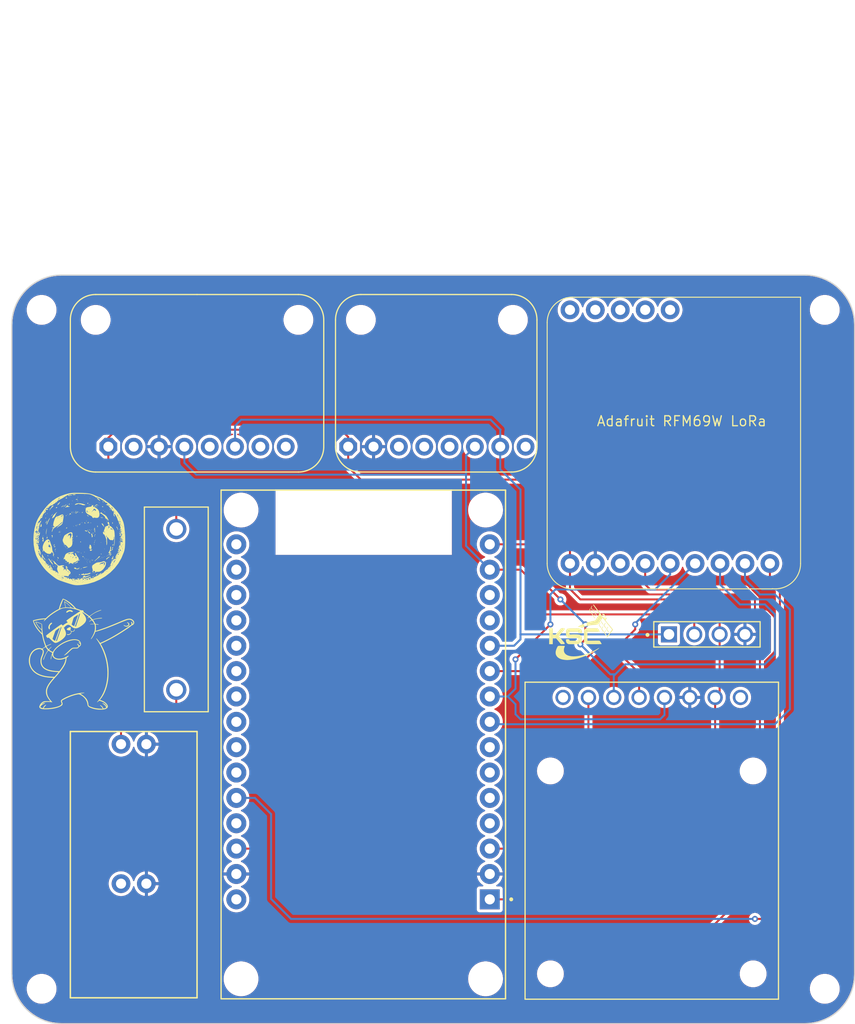
<source format=kicad_pcb>
(kicad_pcb (version 20241229) (generator "pcbnew") (generator_version "9.0")
  (layers (0 "F.Cu" signal) (2 "B.Cu" signal) (13 "F.Paste" user) (15 "B.Paste" user) (5 "F.SilkS" user "F.Silkscreen") (7 "B.SilkS" user "B.Silkscreen") (1 "F.Mask" user) (3 "B.Mask" user) (25 "Edge.Cuts" user))
  (net 0 "")
  (net 1 "3V3")
  (net 2 "GND")
  (net 3 "IRQ")
  (net 4 "SCK/CLK")
  (net 5 "MISO")
  (net 6 "MOSI")
  (net 7 "CS")
  (net 8 "RST")
  (net 9 "N$1")
  (net 10 "3.3V")
  (net 11 "SCL")
  (net 12 "SDA")
  (net 13 "5V")
  (net 14 "CS-SD")
  (footprint "TSAT2-B PCB Footprints:MMA8451-FP_vf.UWP1QFmtRbe75N6hh3BVtg" (layer "F.Cu") (at 96.46 93.74)
    (property "Reference" "REF**" (hide yes))
    (property "Value" "")
    (pad "" np_thru_hole circle (at 2.54 -15.24) (size 2.5 2.5) (drill 2.5) (layers "*.Cu" "*.Mask"))
    (pad "" np_thru_hole circle (at 17.78 -15.24) (size 2.5 2.5) (drill 2.5) (layers "*.Cu" "*.Mask"))
    (pad "+3V3" thru_hole circle (at 6.35 -2.54 90) (size 1.778 1.778) (drill 1) (layers "*.Cu" "*.Mask"))
    (pad "GND" thru_hole circle (at 3.81 -2.54 90) (size 1.778 1.778) (drill 1) (layers "*.Cu" "*.Mask") (net 2 "GND"))
    (pad "INT1" thru_hole circle (at 11.43 -2.54 90) (size 1.778 1.778) (drill 1) (layers "*.Cu" "*.Mask"))
    (pad "INT2" thru_hole circle (at 8.89 -2.54 90) (size 1.778 1.778) (drill 1) (layers "*.Cu" "*.Mask"))
    (pad "SA0" thru_hole circle (at 19.05 -2.54 90) (size 1.778 1.778) (drill 1) (layers "*.Cu" "*.Mask"))
    (pad "SCL" thru_hole circle (at 13.97 -2.54 90) (size 1.778 1.778) (drill 1) (layers "*.Cu" "*.Mask") (net 11 "SCL"))
    (pad "SDA" thru_hole circle (at 16.51 -2.54 90) (size 1.778 1.778) (drill 1) (layers "*.Cu" "*.Mask") (net 12 "SDA"))
    (pad "VIN" thru_hole roundrect (at 1.27 -2.54 180) (size 1.778 1.778) (drill 1) (layers "*.Cu" "*.Mask") (chamfer_ratio 0.2928932188) (chamfer top_left top_right bottom_left bottom_right) (net 1 "3V3"))
  )
  (footprint "TSAT2-B PCB Footprints:LoRa" (layer "F.Cu") (at 122.574 106.23)
    (property "Reference" "REF**" (hide yes))
    (property "Value" "LoRa" (hide yes))
    (fp_text user "Adafruit RFM69W LoRa" (at 0 -17 0) (layer "F.SilkS") (effects (font (thickness 0.125)) (justify left bottom)))
    (pad "1" thru_hole circle (at -2.614 -28.73) (size 1.8796 1.8796) (drill 1.016) (layers "*.Cu" "*.Mask"))
    (pad "1" thru_hole circle (at -2.613999 -3.33) (size 1.8796 1.8796) (drill 1.016) (layers "*.Cu" "*.Mask") (net 1 "3V3"))
    (pad "2" thru_hole circle (at -0.074 -28.73) (size 1.8796 1.8796) (drill 1.016) (layers "*.Cu" "*.Mask"))
    (pad "2" thru_hole circle (at -0.073999 -3.33) (size 1.8796 1.8796) (drill 1.016) (layers "*.Cu" "*.Mask") (net 2 "GND"))
    (pad "3" thru_hole circle (at 2.426 -28.73) (size 1.8796 1.8796) (drill 1.016) (layers "*.Cu" "*.Mask"))
    (pad "3" thru_hole circle (at 2.426001 -3.33) (size 1.8796 1.8796) (drill 1.016) (layers "*.Cu" "*.Mask"))
    (pad "4" thru_hole circle (at 4.926 -28.73) (size 1.8796 1.8796) (drill 1.016) (layers "*.Cu" "*.Mask"))
    (pad "4" thru_hole circle (at 4.926001 -3.33) (size 1.8796 1.8796) (drill 1.016) (layers "*.Cu" "*.Mask") (net 3 "IRQ"))
    (pad "5" thru_hole circle (at 7.426 -28.73) (size 1.8796 1.8796) (drill 1.016) (layers "*.Cu" "*.Mask"))
    (pad "5" thru_hole circle (at 7.426001 -3.33) (size 1.8796 1.8796) (drill 1.016) (layers "*.Cu" "*.Mask") (net 4 "SCK/CLK"))
    (pad "6" thru_hole circle (at 9.926001 -3.33) (size 1.8796 1.8796) (drill 1.016) (layers "*.Cu" "*.Mask") (net 5 "MISO"))
    (pad "7" thru_hole circle (at 12.426001 -3.33) (size 1.8796 1.8796) (drill 1.016) (layers "*.Cu" "*.Mask") (net 6 "MOSI"))
    (pad "8" thru_hole circle (at 14.926001 -3.33) (size 1.8796 1.8796) (drill 1.016) (layers "*.Cu" "*.Mask") (net 7 "CS"))
    (pad "9" thru_hole circle (at 17.426001 -3.33) (size 1.8796 1.8796) (drill 1.016) (layers "*.Cu" "*.Mask") (net 8 "RST"))
  )
  (footprint "TSAT2-B PCB Footprints:BUCKBOOST-FP_vf.UWP1QFmtRbe75N6hh3BVtg" (layer "F.Cu") (at 69.88 119.73 -90)
    (property "Reference" "REF**" (hide yes))
    (property "Value" "")
    (pad "+" thru_hole circle (at 15.24 -5.08 270) (size 1.8796 1.8796) (drill 1.016) (layers "*.Cu" "*.Mask") (net 10 "3.3V"))
    (pad "-" thru_hole circle (at 15.24 -7.62 270) (size 1.8796 1.8796) (drill 1.016) (layers "*.Cu" "*.Mask") (net 2 "GND"))
    (pad "GND" thru_hole circle (at 1.27 -7.62 270) (size 1.8796 1.8796) (drill 1.016) (layers "*.Cu" "*.Mask") (net 2 "GND"))
    (pad "VCC" thru_hole circle (at 1.27 -5.08 270) (size 1.8796 1.8796) (drill 1.016) (layers "*.Cu" "*.Mask") (net 9 "N$1"))
  )
  (footprint "TSat0-PCB_v17:dummyfp2" (layer "F.Cu") (at 145.5 77.5)
    (property "Reference" "UNK_HOLE_2" (hide yes))
    (property "Value" "")
    (pad "" np_thru_hole circle (at 0 0) (size 2.5 2.5) (drill 2.5) (layers "*.Cu" "*.Mask"))
  )
  (footprint "TSAT2-B PCB Footprints:COOKIES BIGGER" (layer "F.Cu") (at 70.5 100.5)
    (property "Reference" "G***" (hide yes))
    (property "Value" "LOGO" (hide yes))
  )
  (footprint "TSAT2-B PCB Footprints:MODULE_254_vf.UWP1QFmtRbe75N6hh3BVtg" (layer "F.Cu") (at 128.16 130.665 90)
    (property "Reference" "REF**" (hide yes))
    (property "Value" "SD-Reader")
    (pad "" np_thru_hole circle (at -13.335 -10.16 90) (size 2.2 2.2) (drill 2.2) (layers "*.Cu" "*.Mask"))
    (pad "" np_thru_hole circle (at -13.335 10.16 90) (size 2.2 2.2) (drill 2.2) (layers "*.Cu" "*.Mask"))
    (pad "" np_thru_hole circle (at 6.985 -10.16 90) (size 2.2 2.2) (drill 2.2) (layers "*.Cu" "*.Mask"))
    (pad "" np_thru_hole circle (at 6.985 10.16 90) (size 2.2 2.2) (drill 2.2) (layers "*.Cu" "*.Mask"))
    (pad "1" thru_hole circle (at 14.351 -8.89 90) (size 1.53 1.53) (drill 1.02) (layers "*.Cu" "*.Mask"))
    (pad "2" thru_hole circle (at 14.351 -6.35 90) (size 1.53 1.53) (drill 1.02) (layers "*.Cu" "*.Mask") (net 14 "CS-SD"))
    (pad "3" thru_hole circle (at 14.351 -3.81 90) (size 1.53 1.53) (drill 1.02) (layers "*.Cu" "*.Mask") (net 6 "MOSI"))
    (pad "4" thru_hole circle (at 14.351 -1.27 90) (size 1.53 1.53) (drill 1.02) (layers "*.Cu" "*.Mask") (net 5 "MISO"))
    (pad "5" thru_hole circle (at 14.351 1.27 90) (size 1.53 1.53) (drill 1.02) (layers "*.Cu" "*.Mask") (net 4 "SCK/CLK"))
    (pad "6" thru_hole circle (at 14.351 3.81 90) (size 1.53 1.53) (drill 1.02) (layers "*.Cu" "*.Mask") (net 2 "GND"))
    (pad "7" thru_hole circle (at 14.351 6.35 90) (size 1.53 1.53) (drill 1.02) (layers "*.Cu" "*.Mask") (net 1 "3V3"))
    (pad "8" thru_hole circle (at 14.351 8.89 90) (size 1.53 1.53) (drill 1.02) (layers "*.Cu" "*.Mask") (net 13 "5V"))
  )
  (footprint "TSat0-PCB_v17:dummyfp2" (layer "F.Cu") (at 67 145.5)
    (property "Reference" "UNK_HOLE_2" (hide yes))
    (property "Value" "")
    (pad "" np_thru_hole circle (at 0 0) (size 2.5 2.5) (drill 2.5) (layers "*.Cu" "*.Mask"))
  )
  (footprint "TSAT2-B PCB Footprints:SULLINS_PPTC041LFBN-RC_vf.UWP1QFmtRbe75N6hh3BVtg" (layer "F.Cu") (at 133.69 110)
    (property "Reference" "REF**" (hide yes))
    (property "Value" "PPTC041LFBN-RC")
    (pad "1" thru_hole rect (at -3.81 0) (size 1.605 1.605) (drill 1.07) (layers "*.Cu" "*.Mask") (net 12 "SDA"))
    (pad "2" thru_hole circle (at -1.27 0) (size 1.605 1.605) (drill 1.07) (layers "*.Cu" "*.Mask") (net 11 "SCL"))
    (pad "3" thru_hole circle (at 1.27 0) (size 1.605 1.605) (drill 1.07) (layers "*.Cu" "*.Mask") (net 1 "3V3"))
    (pad "4" thru_hole circle (at 3.81 0) (size 1.605 1.605) (drill 1.07) (layers "*.Cu" "*.Mask") (net 2 "GND"))
  )
  (footprint "TSAT2-B PCB Footprints:KITTY CAT BIGGER" (layer "F.Cu") (at 71 112)
    (property "Reference" "G***" (hide yes))
    (property "Value" "LOGO" (hide yes))
  )
  (footprint "TSAT2-B PCB Footprints:OMRON-MICROSWITCH-FP_vf.UWP1QFmtRbe75N6hh3BVtg" (layer "F.Cu") (at 80.5 99.45 90)
    (property "Reference" "REF**" (hide yes))
    (property "Value" "")
    (pad "COM" thru_hole circle (at -16.1 0 90) (size 2.025 2.025) (drill 1.35) (layers "*.Cu" "*.Mask") (net 9 "N$1"))
    (pad "NC" thru_hole circle (at 0 0 90) (size 2.025 2.025) (drill 1.35) (layers "*.Cu" "*.Mask") (net 1 "3V3"))
  )
  (footprint "TSAT2-B PCB Footprints:MODULE_ESP32_DEVKIT_V1_vf.UWP1QFmtRbe75N6hh3BVtg" (layer "F.Cu") (at 99.22 121.025 180)
    (property "Reference" "REF**" (hide yes))
    (property "Value" "ESP32_Devkit")
    (pad "" np_thru_hole circle (at -12.28 -23.475 180) (size 3 3) (drill 3) (layers "*.Cu" "*.Mask"))
    (pad "" np_thru_hole circle (at -12.28 23.475 180) (size 3 3) (drill 3) (layers "*.Cu" "*.Mask"))
    (pad "" np_thru_hole circle (at 12.23 -23.475 180) (size 3 3) (drill 3) (layers "*.Cu" "*.Mask"))
    (pad "" np_thru_hole circle (at 12.23 23.475 180) (size 3 3) (drill 3) (layers "*.Cu" "*.Mask"))
    (pad "1" thru_hole rect (at -12.7 -15.515 180) (size 2 2) (drill 1.02) (layers "*.Cu" "*.Mask") (net 1 "3V3"))
    (pad "2" thru_hole circle (at -12.7 -12.975 180) (size 2 2) (drill 1.02) (layers "*.Cu" "*.Mask") (net 2 "GND"))
    (pad "3" thru_hole circle (at -12.7 -10.435 180) (size 2 2) (drill 1.02) (layers "*.Cu" "*.Mask") (net 14 "CS-SD"))
    (pad "4" thru_hole circle (at -12.7 -7.895 180) (size 2 2) (drill 1.02) (layers "*.Cu" "*.Mask"))
    (pad "5" thru_hole circle (at -12.7 -5.355 180) (size 2 2) (drill 1.02) (layers "*.Cu" "*.Mask"))
    (pad "6" thru_hole circle (at -12.7 -2.815 180) (size 2 2) (drill 1.02) (layers "*.Cu" "*.Mask"))
    (pad "7" thru_hole circle (at -12.7 -0.275 180) (size 2 2) (drill 1.02) (layers "*.Cu" "*.Mask"))
    (pad "8" thru_hole circle (at -12.7 2.265 180) (size 2 2) (drill 1.02) (layers "*.Cu" "*.Mask") (net 7 "CS"))
    (pad "9" thru_hole circle (at -12.7 4.805 180) (size 2 2) (drill 1.02) (layers "*.Cu" "*.Mask") (net 4 "SCK/CLK"))
    (pad "10" thru_hole circle (at -12.7 7.345 180) (size 2 2) (drill 1.02) (layers "*.Cu" "*.Mask") (net 5 "MISO"))
    (pad "11" thru_hole circle (at -12.7 9.885 180) (size 2 2) (drill 1.02) (layers "*.Cu" "*.Mask") (net 12 "SDA"))
    (pad "12" thru_hole circle (at -12.7 12.425 180) (size 2 2) (drill 1.02) (layers "*.Cu" "*.Mask"))
    (pad "13" thru_hole circle (at -12.7 14.965 180) (size 2 2) (drill 1.02) (layers "*.Cu" "*.Mask"))
    (pad "14" thru_hole circle (at -12.7 17.505 180) (size 2 2) (drill 1.02) (layers "*.Cu" "*.Mask") (net 11 "SCL"))
    (pad "15" thru_hole circle (at -12.7 20.045 180) (size 2 2) (drill 1.02) (layers "*.Cu" "*.Mask") (net 6 "MOSI"))
    (pad "16" thru_hole circle (at 12.7 20.045 180) (size 2 2) (drill 1.02) (layers "*.Cu" "*.Mask"))
    (pad "17" thru_hole circle (at 12.7 17.505 180) (size 2 2) (drill 1.02) (layers "*.Cu" "*.Mask"))
    (pad "18" thru_hole circle (at 12.7 14.965 180) (size 2 2) (drill 1.02) (layers "*.Cu" "*.Mask"))
    (pad "19" thru_hole circle (at 12.7 12.425 180) (size 2 2) (drill 1.02) (layers "*.Cu" "*.Mask"))
    (pad "20" thru_hole circle (at 12.7 9.885 180) (size 2 2) (drill 1.02) (layers "*.Cu" "*.Mask"))
    (pad "21" thru_hole circle (at 12.7 7.345 180) (size 2 2) (drill 1.02) (layers "*.Cu" "*.Mask"))
    (pad "22" thru_hole circle (at 12.7 4.805 180) (size 2 2) (drill 1.02) (layers "*.Cu" "*.Mask"))
    (pad "23" thru_hole circle (at 12.7 2.265 180) (size 2 2) (drill 1.02) (layers "*.Cu" "*.Mask"))
    (pad "24" thru_hole circle (at 12.7 -0.275 180) (size 2 2) (drill 1.02) (layers "*.Cu" "*.Mask"))
    (pad "25" thru_hole circle (at 12.7 -2.815 180) (size 2 2) (drill 1.02) (layers "*.Cu" "*.Mask"))
    (pad "26" thru_hole circle (at 12.7 -5.355 180) (size 2 2) (drill 1.02) (layers "*.Cu" "*.Mask") (net 8 "RST"))
    (pad "27" thru_hole circle (at 12.7 -7.895 180) (size 2 2) (drill 1.02) (layers "*.Cu" "*.Mask"))
    (pad "28" thru_hole circle (at 12.7 -10.435 180) (size 2 2) (drill 1.02) (layers "*.Cu" "*.Mask") (net 3 "IRQ"))
    (pad "29" thru_hole circle (at 12.7 -12.975 180) (size 2 2) (drill 1.02) (layers "*.Cu" "*.Mask") (net 2 "GND"))
    (pad "30" thru_hole circle (at 12.7 -15.515 180) (size 2 2) (drill 1.02) (layers "*.Cu" "*.Mask"))
    (zone (net 0) (net_name "") (layer "F.Cu") (connect_pads (clearance 0)) (min_thickness 0.25)
      (keepout (tracks not_allowed) (vias not_allowed) (pads not_allowed) (copperpour not_allowed) (footprints allowed))
      (fill (thermal_gap 0.5) (thermal_bridge_width 0.5))
      (polygon (pts (xy 108.13 95.55) (xy 90.44 95.55) (xy 90.44 102.04) (xy 108.13 102.04)))
    )
    (zone (net 0) (net_name "") (layer "B.Cu") (connect_pads (clearance 0)) (min_thickness 0.25)
      (keepout (tracks not_allowed) (vias not_allowed) (pads not_allowed) (copperpour not_allowed) (footprints allowed))
      (fill (thermal_gap 0.5) (thermal_bridge_width 0.5))
      (polygon (pts (xy 108.13 95.55) (xy 90.44 95.55) (xy 90.44 102.04) (xy 108.13 102.04)))
    )
  )
  (footprint "DUMMY_507" (layer "F.Cu") (at 63.0791 48.1816)
    (property "Reference" "FRAME1" (hide yes))
    (property "Value" "FRAME-LETTERNO_PACKAGE" (hide yes))
  )
  (footprint "TSat0-PCB_v17:dummyfp2" (layer "F.Cu") (at 67 77.5)
    (property "Reference" "UNK_HOLE_2" (hide yes))
    (property "Value" "")
    (pad "" np_thru_hole circle (at 0 0) (size 2.5 2.5) (drill 2.5) (layers "*.Cu" "*.Mask"))
  )
  (footprint "TSat0-PCB_v17:dummyfp2" (layer "F.Cu") (at 145.5 145.5)
    (property "Reference" "UNK_HOLE_2" (hide yes))
    (property "Value" "")
    (pad "" np_thru_hole circle (at 0 0) (size 2.5 2.5) (drill 2.5) (layers "*.Cu" "*.Mask"))
  )
  (footprint "TSAT2-B PCB Footprints:KSC LOGO 2ND" (layer "F.Cu") (at 121 110)
    (property "Reference" "G***" (hide yes))
    (property "Value" "LOGO" (hide yes))
  )
  (footprint "TSAT2-B PCB Footprints:BMP390" (layer "F.Cu") (at 69.88 93.74)
    (property "Reference" "REF**" (hide yes))
    (property "Value" "")
    (pad "" np_thru_hole circle (at 2.54 -15.24) (size 2.5 2.5) (drill 2.5) (layers "*.Cu" "*.Mask"))
    (pad "" np_thru_hole circle (at 22.86 -15.24) (size 2.5 2.5) (drill 2.5) (layers "*.Cu" "*.Mask"))
    (pad "3.3V" thru_hole circle (at 6.35 -2.54 90) (size 1.778 1.778) (drill 1) (layers "*.Cu" "*.Mask"))
    (pad "CS" thru_hole circle (at 19.05 -2.54 90) (size 1.778 1.778) (drill 1) (layers "*.Cu" "*.Mask"))
    (pad "GND" thru_hole circle (at 8.89 -2.54 90) (size 1.778 1.778) (drill 1) (layers "*.Cu" "*.Mask") (net 2 "GND"))
    (pad "INT" thru_hole circle (at 21.59 -2.54 90) (size 1.778 1.778) (drill 1) (layers "*.Cu" "*.Mask"))
    (pad "SCK/SCL" thru_hole circle (at 11.43 -2.54 90) (size 1.778 1.778) (drill 1) (layers "*.Cu" "*.Mask") (net 11 "SCL"))
    (pad "SDI/SDA" thru_hole circle (at 16.51 -2.54 90) (size 1.778 1.778) (drill 1) (layers "*.Cu" "*.Mask") (net 12 "SDA"))
    (pad "SDO/ADR" thru_hole circle (at 13.97 -2.54 90) (size 1.778 1.778) (drill 1) (layers "*.Cu" "*.Mask"))
    (pad "VCC" thru_hole roundrect (at 3.81 -2.54 180) (size 1.778 1.778) (drill 1) (layers "*.Cu" "*.Mask") (chamfer_ratio 0.2928932188) (chamfer top_left top_right bottom_left bottom_right) (net 1 "3V3"))
  )
  (gr_line (start 143.5 149) (end 69 149) (stroke (width 0.1)) (layer "Edge.Cuts"))
  (gr_arc (start 143.5 74) (mid 147.035534 75.464466) (end 148.5 79) (stroke (width 0.1)) (layer "Edge.Cuts"))
  (gr_arc (start 64 79) (mid 65.464466 75.464466) (end 69 74) (stroke (width 0.1)) (layer "Edge.Cuts"))
  (gr_arc (start 69 149) (mid 65.464466 147.535534) (end 64 144) (stroke (width 0.1)) (layer "Edge.Cuts"))
  (gr_line (start 148.5 79) (end 148.5 144) (stroke (width 0.1)) (layer "Edge.Cuts"))
  (gr_line (start 69 74) (end 143.5 74) (stroke (width 0.1)) (layer "Edge.Cuts"))
  (gr_arc (start 148.5 144) (mid 147.035534 147.535534) (end 143.5 149) (stroke (width 0.1)) (layer "Edge.Cuts"))
  (gr_line (start 64 144) (end 64 79) (stroke (width 0.1)) (layer "Edge.Cuts"))
  (segment (start 119.960001 95.039999) (end 119.960001 102.9) (width 0.2) (layer "F.Cu") (net 1))
  (segment (start 133.46 136.54) (end 111.92 136.54) (width 0.2) (layer "F.Cu") (net 1))
  (segment (start 134.51 116.314) (end 134.51 135.49) (width 0.2) (layer "F.Cu") (net 1))
  (segment (start 97.73 90.23) (end 97.73 91.2) (width 0.2) (layer "F.Cu") (net 1))
  (segment (start 120 95) (end 119.960001 95.039999) (width 0.2) (layer "F.Cu") (net 1))
  (segment (start 134.96 107.54) (end 134.96 110) (width 0.2) (layer "F.Cu") (net 1))
  (segment (start 134.51 135.49) (end 133.46 136.54) (width 0.2) (layer "F.Cu") (net 1))
  (segment (start 73.69 90.31) (end 74.5 89.5) (width 0.2) (layer "F.Cu") (net 1))
  (segment (start 121 106.5) (end 134 106.5) (width 0.2) (layer "F.Cu") (net 1))
  (segment (start 80.5 97) (end 80.5 99.45) (width 0.2) (layer "F.Cu") (net 1))
  (segment (start 119.5 94.5) (end 120 95) (width 0.2) (layer "F.Cu") (net 1))
  (segment (start 97.73 91.2) (end 97.73 93.23) (width 0.2) (layer "F.Cu") (net 1))
  (segment (start 73.69 91.2) (end 73.69 94.19) (width 0.2) (layer "F.Cu") (net 1))
  (segment (start 97.73 93.23) (end 99 94.5) (width 0.2) (layer "F.Cu") (net 1))
  (segment (start 135 107.5) (end 134.96 107.54) (width 0.2) (layer "F.Cu") (net 1))
  (segment (start 75.5 96) (end 79.5 96) (width 0.2) (layer "F.Cu") (net 1))
  (segment (start 73.69 94.19) (end 75.5 96) (width 0.2) (layer "F.Cu") (net 1))
  (segment (start 119.960001 102.9) (end 119.960001 105.460001) (width 0.2) (layer "F.Cu") (net 1))
  (segment (start 79.5 96) (end 80.5 97) (width 0.2) (layer "F.Cu") (net 1))
  (segment (start 119.960001 105.460001) (end 121 106.5) (width 0.2) (layer "F.Cu") (net 1))
  (segment (start 134 106.5) (end 135 107.5) (width 0.2) (layer "F.Cu") (net 1))
  (segment (start 99 94.5) (end 119.5 94.5) (width 0.2) (layer "F.Cu") (net 1))
  (segment (start 134.96 115.864) (end 134.51 116.314) (width 0.2) (layer "F.Cu") (net 1))
  (segment (start 74.5 89.5) (end 97 89.5) (width 0.2) (layer "F.Cu") (net 1))
  (segment (start 134.96 110) (end 134.96 115.864) (width 0.2) (layer "F.Cu") (net 1))
  (segment (start 97 89.5) (end 97.73 90.23) (width 0.2) (layer "F.Cu") (net 1))
  (segment (start 73.69 91.2) (end 73.69 90.31) (width 0.2) (layer "F.Cu") (net 1))
  (segment (start 136.5 137) (end 134 139.5) (width 0.2) (layer "F.Cu") (net 3))
  (segment (start 140 108.5) (end 140 111.5) (width 0.2) (layer "F.Cu") (net 3))
  (segment (start 139.5 108) (end 140 108.5) (width 0.2) (layer "F.Cu") (net 3))
  (segment (start 138.5 106.5) (end 138.5 107.5) (width 0.2) (layer "F.Cu") (net 3))
  (segment (start 89 138) (end 89 132) (width 0.2) (layer "F.Cu") (net 3))
  (segment (start 139 112.5) (end 139 119.5) (width 0.2) (layer "F.Cu") (net 3))
  (segment (start 138.5 107.5) (end 139 108) (width 0.2) (layer "F.Cu") (net 3))
  (segment (start 88.46 131.46) (end 86.52 131.46) (width 0.2) (layer "F.Cu") (net 3))
  (segment (start 136.5 122) (end 136.5 137) (width 0.2) (layer "F.Cu") (net 3))
  (segment (start 89 132) (end 88.46 131.46) (width 0.2) (layer "F.Cu") (net 3))
  (segment (start 128 105.5) (end 137.5 105.5) (width 0.2) (layer "F.Cu") (net 3))
  (segment (start 140 111.5) (end 139 112.5) (width 0.2) (layer "F.Cu") (net 3))
  (segment (start 127.500001 102.9) (end 127.5 105) (width 0.2) (layer "F.Cu") (net 3))
  (segment (start 127.5 105) (end 128 105.5) (width 0.2) (layer "F.Cu") (net 3))
  (segment (start 139 119.5) (end 136.5 122) (width 0.2) (layer "F.Cu") (net 3))
  (segment (start 139 108) (end 139.5 108) (width 0.2) (layer "F.Cu") (net 3))
  (segment (start 137.5 105.5) (end 138.5 106.5) (width 0.2) (layer "F.Cu") (net 3))
  (segment (start 134 139.5) (end 90.5 139.5) (width 0.2) (layer "F.Cu") (net 3))
  (segment (start 90.5 139.5) (end 89 138) (width 0.2) (layer "F.Cu") (net 3))
  (segment (start 114.5 112.5) (end 118 109) (width 0.2) (layer "F.Cu") (net 4))
  (via (at 114.5 112.5) (size 0.6) (drill 0.3) (layers "F.Cu" "B.Cu") (net 4))
  (via (at 118 109) (size 0.6) (drill 0.3) (layers "F.Cu" "B.Cu") (net 4))
  (segment (start 113.72 116.22) (end 111.92 116.22) (width 0.2) (layer "B.Cu") (net 4))
  (segment (start 129.43 116.314) (end 129.43 118.07) (width 0.2) (layer "B.Cu") (net 4))
  (segment (start 118 106) (end 118.5 105.5) (width 0.2) (layer "B.Cu") (net 4))
  (segment (start 118.5 105.5) (end 128.5 105.5) (width 0.2) (layer "B.Cu") (net 4))
  (segment (start 113.72 116.22) (end 114.5 115.44) (width 0.2) (layer "B.Cu") (net 4))
  (segment (start 128.5 105.5) (end 130.000001 103.999999) (width 0.2) (layer "B.Cu") (net 4))
  (segment (start 118 109) (end 118 106) (width 0.2) (layer "B.Cu") (net 4))
  (segment (start 130.000001 103.999999) (end 130.000001 102.9) (width 0.2) (layer "B.Cu") (net 4))
  (segment (start 114.5 115.44) (end 114.5 112.5) (width 0.2) (layer "B.Cu") (net 4))
  (segment (start 129.43 118.07) (end 129 118.5) (width 0.2) (layer "B.Cu") (net 4))
  (segment (start 114.5 118) (end 114.5 117) (width 0.2) (layer "B.Cu") (net 4))
  (segment (start 114.5 117) (end 113.72 116.22) (width 0.2) (layer "B.Cu") (net 4))
  (segment (start 115 118.5) (end 114.5 118) (width 0.2) (layer "B.Cu") (net 4))
  (segment (start 129 118.5) (end 115 118.5) (width 0.2) (layer "B.Cu") (net 4))
  (segment (start 126.89 113.89) (end 124.5 111.5) (width 0.2) (layer "F.Cu") (net 5))
  (segment (start 126.89 116.314) (end 126.89 113.89) (width 0.2) (layer "F.Cu") (net 5))
  (segment (start 124.5 111.5) (end 126.5 109.5) (width 0.2) (layer "F.Cu") (net 5))
  (segment (start 120.32 113.68) (end 111.92 113.68) (width 0.2) (layer "F.Cu") (net 5))
  (segment (start 124.5 111.5) (end 122.5 111.5) (width 0.2) (layer "F.Cu") (net 5))
  (segment (start 126.5 109.5) (end 126.5 109) (width 0.2) (layer "F.Cu") (net 5))
  (segment (start 122.5 111.5) (end 120.32 113.68) (width 0.2) (layer "F.Cu") (net 5))
  (via (at 126.5 109) (size 0.6) (drill 0.3) (layers "F.Cu" "B.Cu") (net 5))
  (segment (start 126.5 108.900001) (end 126.5 109) (width 0.2) (layer "B.Cu") (net 5))
  (segment (start 132.500001 102.9) (end 126.5 108.900001) (width 0.2) (layer "B.Cu") (net 5))
  (segment (start 117 101.5) (end 117 104.5) (width 0.2) (layer "F.Cu") (net 6))
  (segment (start 121.5 109) (end 121.5 110.5) (width 0.2) (layer "F.Cu") (net 6))
  (segment (start 116.48 100.98) (end 117 101.5) (width 0.2) (layer "F.Cu") (net 6))
  (segment (start 117 104.5) (end 119 106.5) (width 0.2) (layer "F.Cu") (net 6))
  (segment (start 121.5 110.5) (end 121 111) (width 0.2) (layer "F.Cu") (net 6))
  (segment (start 111.92 100.98) (end 116.48 100.98) (width 0.2) (layer "F.Cu") (net 6))
  (via (at 119 106.5) (size 0.6) (drill 0.3) (layers "F.Cu" "B.Cu") (net 6))
  (via (at 121.5 109) (size 0.6) (drill 0.3) (layers "F.Cu" "B.Cu") (net 6))
  (via (at 121 111) (size 0.6) (drill 0.3) (layers "F.Cu" "B.Cu") (net 6))
  (segment (start 140.5 108) (end 140.5 112) (width 0.2) (layer "B.Cu") (net 6))
  (segment (start 121 111) (end 124 114) (width 0.2) (layer "B.Cu") (net 6))
  (segment (start 124 114) (end 124.5 114) (width 0.2) (layer "B.Cu") (net 6))
  (segment (start 124.5 114) (end 124.35 114.15) (width 0.2) (layer "B.Cu") (net 6))
  (segment (start 135.000001 105.000001) (end 137 107) (width 0.2) (layer "B.Cu") (net 6))
  (segment (start 140.5 112) (end 139.5 113) (width 0.2) (layer "B.Cu") (net 6))
  (segment (start 139.5 107) (end 140.5 108) (width 0.2) (layer "B.Cu") (net 6))
  (segment (start 124.35 114.15) (end 124.35 116.314) (width 0.2) (layer "B.Cu") (net 6))
  (segment (start 119 106.5) (end 121.5 109) (width 0.2) (layer "B.Cu") (net 6))
  (segment (start 137 107) (end 139.5 107) (width 0.2) (layer "B.Cu") (net 6))
  (segment (start 135.000001 102.9) (end 135.000001 105.000001) (width 0.2) (layer "B.Cu") (net 6))
  (segment (start 139.5 113) (end 125.5 113) (width 0.2) (layer "B.Cu") (net 6))
  (segment (start 125.5 113) (end 124.5 114) (width 0.2) (layer "B.Cu") (net 6))
  (segment (start 140.5 119) (end 112.16 119) (width 0.2) (layer "B.Cu") (net 7))
  (segment (start 142 117.5) (end 140.5 119) (width 0.2) (layer "B.Cu") (net 7))
  (segment (start 112.16 119) (end 111.92 118.76) (width 0.2) (layer "B.Cu") (net 7))
  (segment (start 137.500001 104.500001) (end 139 106) (width 0.2) (layer "B.Cu") (net 7))
  (segment (start 137.500001 102.9) (end 137.500001 104.500001) (width 0.2) (layer "B.Cu") (net 7))
  (segment (start 142 107.5) (end 142 117.5) (width 0.2) (layer "B.Cu") (net 7))
  (segment (start 139 106) (end 140.5 106) (width 0.2) (layer "B.Cu") (net 7))
  (segment (start 140.5 106) (end 142 107.5) (width 0.2) (layer "B.Cu") (net 7))
  (segment (start 139.5 138.5) (end 138.5 138.5) (width 0.2) (layer "F.Cu") (net 8))
  (segment (start 141 137) (end 139.5 138.5) (width 0.2) (layer "F.Cu") (net 8))
  (segment (start 141 105.5) (end 141 137) (width 0.2) (layer "F.Cu") (net 8))
  (segment (start 140.000001 104.500001) (end 141 105.5) (width 0.2) (layer "F.Cu") (net 8))
  (segment (start 140.000001 102.9) (end 140.000001 104.500001) (width 0.2) (layer "F.Cu") (net 8))
  (via (at 138.5 138.5) (size 0.6) (drill 0.3) (layers "F.Cu" "B.Cu") (net 8))
  (segment (start 92 138.5) (end 90 136.5) (width 0.2) (layer "B.Cu") (net 8))
  (segment (start 88.38 126.38) (end 86.52 126.38) (width 0.2) (layer "B.Cu") (net 8))
  (segment (start 138.5 138.5) (end 92 138.5) (width 0.2) (layer "B.Cu") (net 8))
  (segment (start 90 128) (end 88.38 126.38) (width 0.2) (layer "B.Cu") (net 8))
  (segment (start 90 136.5) (end 90 128) (width 0.2) (layer "B.Cu") (net 8))
  (segment (start 74.96 119.54) (end 74.96 121) (width 0.2) (layer "F.Cu") (net 9))
  (segment (start 80 119) (end 75.5 119) (width 0.2) (layer "F.Cu") (net 9))
  (segment (start 80.5 115.55) (end 80.5 118.5) (width 0.2) (layer "F.Cu") (net 9))
  (segment (start 75.5 119) (end 74.96 119.54) (width 0.2) (layer "F.Cu") (net 9))
  (segment (start 80.5 118.5) (end 80 119) (width 0.2) (layer "F.Cu") (net 9))
  (segment (start 132 108) (end 132.5 108.5) (width 0.2) (layer "F.Cu") (net 11))
  (segment (start 132.42 108.58) (end 132.42 110) (width 0.2) (layer "F.Cu") (net 11))
  (segment (start 111.92 103.52) (end 115.02 103.52) (width 0.2) (layer "F.Cu") (net 11))
  (segment (start 116 107) (end 117 108) (width 0.2) (layer "F.Cu") (net 11))
  (segment (start 132.5 108.5) (end 132.42 108.58) (width 0.2) (layer "F.Cu") (net 11))
  (segment (start 115.02 103.52) (end 116 104.5) (width 0.2) (layer "F.Cu") (net 11))
  (segment (start 116 104.5) (end 116 107) (width 0.2) (layer "F.Cu") (net 11))
  (segment (start 117 108) (end 132 108) (width 0.2) (layer "F.Cu") (net 11))
  (segment (start 109.541001 101.141001) (end 111.92 103.52) (width 0.2) (layer "B.Cu") (net 11))
  (segment (start 81.31 92.81) (end 82.5 94) (width 0.2) (layer "B.Cu") (net 11))
  (segment (start 81.31 91.2) (end 81.31 92.81) (width 0.2) (layer "B.Cu") (net 11))
  (segment (start 110.43 91.2) (end 109.541001 92.088999) (width 0.2) (layer "B.Cu") (net 11))
  (segment (start 109.541001 94) (end 109.541001 101.141001) (width 0.2) (layer "B.Cu") (net 11))
  (segment (start 109.541001 92.088999) (end 109.541001 94) (width 0.2) (layer "B.Cu") (net 11))
  (segment (start 82.5 94) (end 109.541001 94) (width 0.2) (layer "B.Cu") (net 11))
  (segment (start 86.39 91.2) (end 86.39 89.11) (width 0.2) (layer "B.Cu") (net 12))
  (segment (start 112.97 89.53) (end 112.97 91.2) (width 0.2) (layer "B.Cu") (net 12))
  (segment (start 115 110.5) (end 114.36 111.14) (width 0.2) (layer "B.Cu") (net 12))
  (segment (start 112.97 91.2) (end 112.97 93.47) (width 0.2) (layer "B.Cu") (net 12))
  (segment (start 115 95.5) (end 115 110) (width 0.2) (layer "B.Cu") (net 12))
  (segment (start 113 89.5) (end 112.97 89.53) (width 0.2) (layer "B.Cu") (net 12))
  (segment (start 115 110) (end 115 110.5) (width 0.2) (layer "B.Cu") (net 12))
  (segment (start 86.39 89.11) (end 87 88.5) (width 0.2) (layer "B.Cu") (net 12))
  (segment (start 112 88.5) (end 113 89.5) (width 0.2) (layer "B.Cu") (net 12))
  (segment (start 112.97 93.47) (end 115 95.5) (width 0.2) (layer "B.Cu") (net 12))
  (segment (start 114.36 111.14) (end 111.92 111.14) (width 0.2) (layer "B.Cu") (net 12))
  (segment (start 129.88 110) (end 115 110) (width 0.2) (layer "B.Cu") (net 12))
  (segment (start 87 88.5) (end 112 88.5) (width 0.2) (layer "B.Cu") (net 12))
  (segment (start 121 131.5) (end 121.81 130.69) (width 0.2) (layer "F.Cu") (net 14))
  (segment (start 121 131.5) (end 120.96 131.46) (width 0.2) (layer "F.Cu") (net 14))
  (segment (start 121.81 130.69) (end 121.81 116.314) (width 0.2) (layer "F.Cu") (net 14))
  (segment (start 111.92 131.46) (end 120.96 131.46) (width 0.2) (layer "F.Cu") (net 14))
  (zone (net 2) (net_name "GND") (layer "F.Cu") (priority 6) (connect_pads (clearance 0.3048)) (min_thickness 0.127) (fill yes (thermal_gap 0.304) (thermal_bridge_width 0.304))
    (polygon (pts (xy 64 74) (xy 148.5 74) (xy 148.5 149) (xy 64 149)))
  )
  (zone (net 2) (net_name "GND") (layer "B.Cu") (connect_pads (clearance 0.3048)) (min_thickness 0.127) (fill yes (thermal_gap 0.304) (thermal_bridge_width 0.304))
    (polygon (pts (xy 64 73.962838) (xy 148.5 74) (xy 148.5 149) (xy 64 149)))
  )
)
</source>
